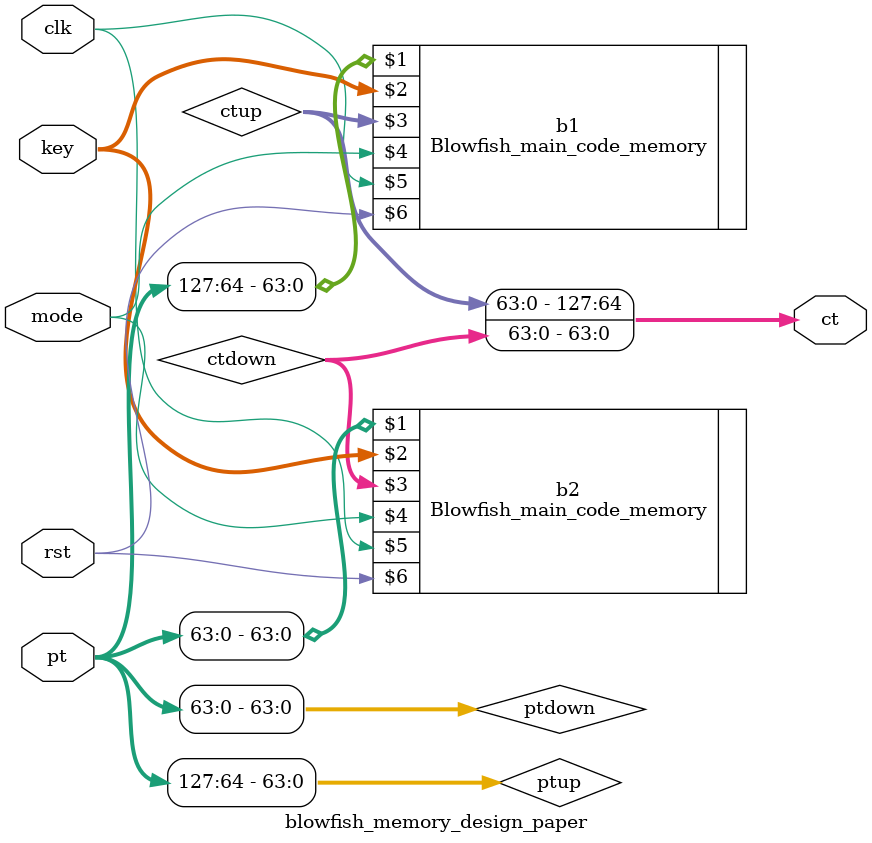
<source format=v>
`timescale 1ns / 1ps
module blowfish_memory_design_paper(pt,key,ct,mode,clk,rst);
input [127:0]pt;
input [447:0]key;
input mode,clk,rst;
output [127:0]ct;

wire [63:0]ptup,ptdown,ctup,ctdown;

assign ptup=pt[127:64];
assign ptdown=pt[63:0];

Blowfish_main_code_memory b1(ptup,key,ctup,mode,clk,rst);
Blowfish_main_code_memory b2(ptdown,key,ctdown,mode,clk,rst);

assign ct={ctup,ctdown};

endmodule

</source>
